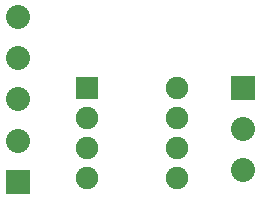
<source format=gbl>
G04 MADE WITH FRITZING*
G04 WWW.FRITZING.ORG*
G04 DOUBLE SIDED*
G04 HOLES PLATED*
G04 CONTOUR ON CENTER OF CONTOUR VECTOR*
%ASAXBY*%
%FSLAX23Y23*%
%MOIN*%
%OFA0B0*%
%SFA1.0B1.0*%
%ADD10C,0.075000*%
%ADD11C,0.080000*%
%ADD12R,0.075000X0.075000*%
%ADD13R,0.080000X0.080000*%
%LNCOPPER0*%
G90*
G70*
G54D10*
X690Y629D03*
X990Y629D03*
X690Y529D03*
X990Y529D03*
X690Y429D03*
X990Y429D03*
X690Y329D03*
X990Y329D03*
G54D11*
X1208Y629D03*
X1208Y491D03*
X1208Y354D03*
X460Y314D03*
X460Y452D03*
X460Y590D03*
X460Y728D03*
X460Y865D03*
G54D12*
X690Y629D03*
G54D13*
X1208Y629D03*
X460Y314D03*
G04 End of Copper0*
M02*
</source>
